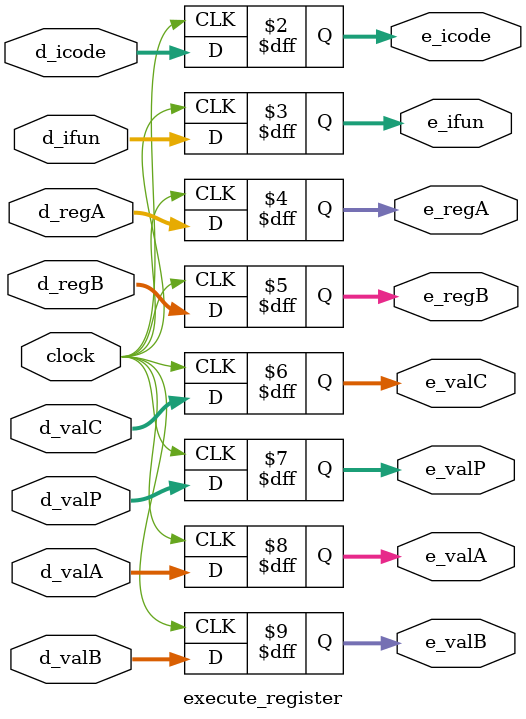
<source format=v>
`timescale 1ns / 1ps

module execute_register(d_icode,d_ifun,d_regA,d_regB,d_valC,d_valP,d_valA,d_valB,e_icode,e_ifun,e_regA,e_regB,e_valC,e_valP,e_valA,e_valB,clock);  
input clock;

input [3:0] d_icode,d_ifun,d_regA,d_regB;
input [63:0] d_valC,d_valP,d_valA,d_valB;
output reg [3:0] e_icode,e_ifun,e_regA,e_regB;
output reg [63:0] e_valC,e_valP,e_valA,e_valB;

always@(posedge clock)
begin
  e_icode <=  d_icode;     
  e_ifun <=  d_ifun;    
  e_regA <=  d_regA;  
  e_regB <=  d_regB;  
  e_valC <=  d_valC;    
  e_valP <=  d_valP;    
  e_valA <=  d_valA;    
  e_valB <=  d_valB;    
end
endmodule
</source>
